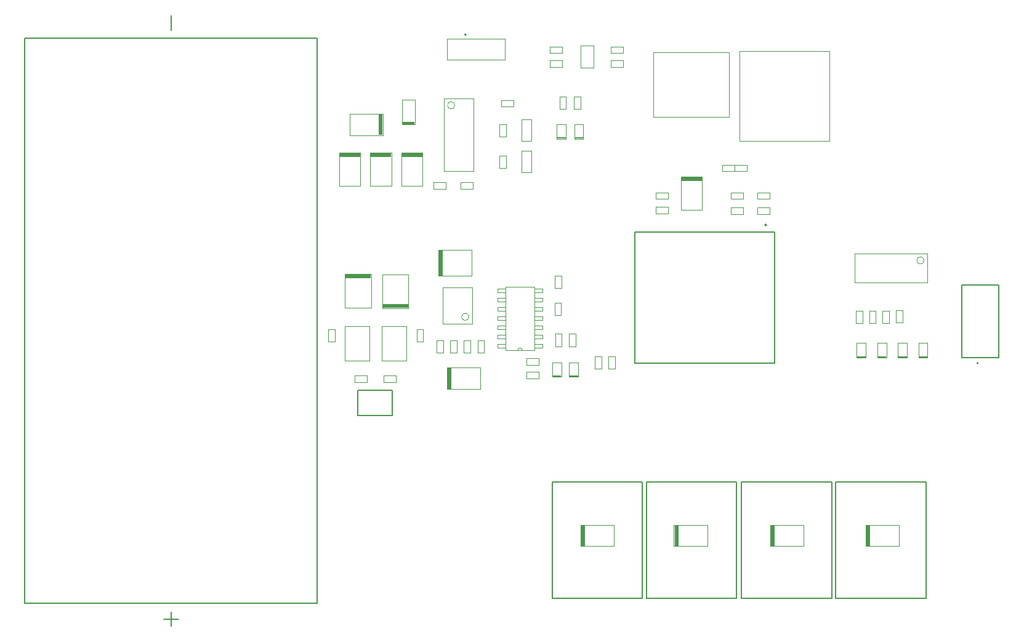
<source format=gbr>
%TF.GenerationSoftware,Altium Limited,Altium Designer,21.3.2 (30)*%
G04 Layer_Color=16711935*
%FSLAX26Y26*%
%MOIN*%
%TF.SameCoordinates,FFAA3912-E1DC-4B59-95C2-56FC1F4E7B50*%
%TF.FilePolarity,Positive*%
%TF.FileFunction,Other,Mechanical_13*%
%TF.Part,Single*%
G01*
G75*
%TA.AperFunction,NonConductor*%
%ADD67C,0.007874*%
%ADD88C,0.005000*%
%ADD105C,0.003937*%
%ADD144C,0.000000*%
%ADD145R,0.070866X0.018004*%
%ADD146R,0.049213X0.010591*%
%ADD147R,0.141734X0.024358*%
%ADD148R,0.024358X0.114173*%
%ADD149R,0.114173X0.024358*%
%ADD150R,0.024358X0.141734*%
D67*
X2767630Y3253740D02*
G03*
X2767630Y3253740I-3937J0D01*
G01*
X4394039Y2223701D02*
G03*
X4394039Y2223701I-3937J0D01*
G01*
X5540937Y1474283D02*
G03*
X5540937Y1474283I-3937J0D01*
G01*
D88*
X1171079Y3278611D02*
Y3357351D01*
Y50265D02*
Y129005D01*
X1131709Y89635D02*
X1210449D01*
X379543Y174280D02*
X1962614D01*
Y3233336D01*
X379543D02*
X1962614D01*
X379543Y174280D02*
Y3233336D01*
X5257095Y202039D02*
Y831961D01*
X4768905D02*
X5257095D01*
X4768905Y202039D02*
Y831961D01*
Y202039D02*
X5257095D01*
X4748095D02*
Y831961D01*
X4259905D02*
X4748095D01*
X4259905Y202039D02*
Y831961D01*
Y202039D02*
X4748095D01*
X4233095D02*
Y831961D01*
X3744905D02*
X4233095D01*
X3744905Y202039D02*
Y831961D01*
Y202039D02*
X4233095D01*
X3722095D02*
Y831961D01*
X3233905D02*
X3722095D01*
X3233905Y202039D02*
Y831961D01*
Y202039D02*
X3722095D01*
X4436953Y1475669D02*
Y2184331D01*
X3681047Y1475669D02*
X4436953D01*
X3681047D02*
Y2184331D01*
X4436953D01*
X2180512Y1191102D02*
X2369488D01*
X2180512Y1328898D02*
X2369488D01*
Y1191102D02*
Y1328898D01*
X2180512Y1191102D02*
Y1328898D01*
X5452354Y1505780D02*
Y1899480D01*
X5653142D01*
Y1505780D02*
Y1899480D01*
X5452354Y1505780D02*
X5653142D01*
D105*
X2707008Y2871449D02*
G03*
X2707008Y2871449I-19685J0D01*
G01*
X2783150Y1726032D02*
G03*
X2783150Y1726032I-19685J0D01*
G01*
X5247443Y2030928D02*
G03*
X5247443Y2030928I-19685J0D01*
G01*
X4249874Y2679874D02*
Y3164126D01*
X4734126Y2679874D02*
Y3164126D01*
X4249874Y2679874D02*
X4734126D01*
X4249874Y3164126D02*
X4734126D01*
X3389732Y3073819D02*
Y3193898D01*
X3458630Y3073819D02*
Y3193898D01*
X3389732D02*
X3458630D01*
X3389732Y3073819D02*
X3458630D01*
X2979047Y3117913D02*
Y3232087D01*
X2666449D02*
X2979047D01*
X2666449Y3117913D02*
Y3232087D01*
Y3117913D02*
X2979047D01*
X2649921Y2515150D02*
X2807402D01*
X2649921Y2908850D02*
X2807402D01*
Y2515150D02*
Y2908850D01*
X2649921Y2515150D02*
Y2908850D01*
X2491433Y2766616D02*
Y2900474D01*
X2420567Y2766616D02*
Y2900474D01*
X2491433D01*
X2420567Y2766616D02*
X2491433D01*
X3283717Y1882071D02*
Y1949000D01*
X3248284Y1882071D02*
Y1949000D01*
X3283717D01*
X3248284Y1882071D02*
X3283717D01*
X3282716Y1734535D02*
Y1801465D01*
X3247284Y1734535D02*
Y1801465D01*
X3282716D01*
X3247284Y1734535D02*
X3282716D01*
X3360843Y1566386D02*
Y1633315D01*
X3325410Y1566386D02*
Y1633315D01*
X3360843D01*
X3325410Y1566386D02*
X3360843D01*
X3250157D02*
X3285590D01*
X3250157Y1633315D02*
X3285590D01*
X3250157Y1566386D02*
Y1633315D01*
X3285590Y1566386D02*
Y1633315D01*
X3161465Y1464827D02*
Y1500260D01*
X3094535Y1464827D02*
Y1500260D01*
Y1464827D02*
X3161465D01*
X3094535Y1500260D02*
X3161465D01*
X3094535Y1392284D02*
Y1427716D01*
X3161465Y1392284D02*
Y1427716D01*
X3094535D02*
X3161465D01*
X3094535Y1392284D02*
X3161465D01*
X3353394Y2688361D02*
X3402606D01*
X3353394Y2767101D02*
X3402606D01*
X3353394Y2688361D02*
Y2767101D01*
X3402606Y2688361D02*
Y2767101D01*
X3259560Y2688361D02*
X3308773D01*
X3259560Y2767101D02*
X3308773D01*
X3259560Y2688361D02*
Y2767101D01*
X3308773Y2688361D02*
Y2767101D01*
X3551535Y3078740D02*
Y3114173D01*
X3618465Y3078740D02*
Y3114173D01*
X3551535D02*
X3618465D01*
X3551535Y3078740D02*
X3618465D01*
X3551535Y3153543D02*
Y3188976D01*
X3618465Y3153543D02*
Y3188976D01*
X3551535D02*
X3618465D01*
X3551535Y3153543D02*
X3618465D01*
X3289465Y3078740D02*
Y3114173D01*
X3222535Y3078740D02*
Y3114173D01*
Y3078740D02*
X3289465D01*
X3222535Y3114173D02*
X3289465D01*
Y3153543D02*
Y3188977D01*
X3222535Y3153543D02*
Y3188977D01*
Y3153543D02*
X3289465D01*
X3222535Y3188977D02*
X3289465D01*
X5095283Y1694535D02*
X5130716D01*
X5095283Y1761465D02*
X5130716D01*
X5095283Y1694535D02*
Y1761465D01*
X5130716Y1694535D02*
Y1761465D01*
X5023109Y1693000D02*
X5058542D01*
X5023109Y1759929D02*
X5058542D01*
X5023109Y1693000D02*
Y1759929D01*
X5058542Y1693000D02*
Y1759929D01*
X4950934Y1690000D02*
X4986367D01*
X4950934Y1756929D02*
X4986367D01*
X4950934Y1690000D02*
Y1756929D01*
X4986367Y1690000D02*
Y1756929D01*
X4878759Y1690903D02*
X4914192D01*
X4878759Y1757833D02*
X4914192D01*
X4878759Y1690903D02*
Y1757833D01*
X4914192Y1690903D02*
Y1757833D01*
X5105536Y1504612D02*
X5154748D01*
X5105536Y1583352D02*
X5154748D01*
X5105536Y1504612D02*
Y1583352D01*
X5154748Y1504612D02*
Y1583352D01*
X5216869Y1504612D02*
X5266082D01*
X5216869Y1583352D02*
X5266082D01*
X5216869Y1504612D02*
Y1583352D01*
X5266082Y1504612D02*
Y1583352D01*
X4994203Y1504612D02*
X5043415D01*
X4994203Y1583352D02*
X5043415D01*
X4994203Y1504612D02*
Y1583352D01*
X5043415Y1504612D02*
Y1583352D01*
X4932082Y1504612D02*
Y1583352D01*
X4882869Y1504612D02*
Y1583352D01*
X4932082D01*
X4882869Y1504612D02*
X4932082D01*
X3375606Y1401016D02*
Y1479756D01*
X3326394Y1401016D02*
Y1479756D01*
X3375606D01*
X3326394Y1401016D02*
X3375606D01*
X3284606D02*
Y1479756D01*
X3235394Y1401016D02*
Y1479756D01*
X3284606D01*
X3235394Y1401016D02*
X3284606D01*
X2165071Y1371284D02*
X2232000D01*
X2165071Y1406716D02*
X2232000D01*
Y1371284D02*
Y1406716D01*
X2165071Y1371284D02*
Y1406716D01*
X2321000Y1371284D02*
Y1406716D01*
X2387929Y1371284D02*
Y1406716D01*
X2321000D02*
X2387929D01*
X2321000Y1371284D02*
X2387929D01*
X2310487Y1673305D02*
X2444739D01*
X2310487Y1487085D02*
X2444739D01*
Y1673305D01*
X2310487Y1487085D02*
Y1673305D01*
X2314131Y1953551D02*
X2455866D01*
X2314131Y1772449D02*
Y1953551D01*
X2455866Y1772449D02*
Y1953551D01*
X2314131Y1772449D02*
X2455866D01*
X2110487Y1487085D02*
Y1673305D01*
X2244739Y1487085D02*
Y1673305D01*
X2110487Y1487085D02*
X2244739D01*
X2110487Y1673305D02*
X2244739D01*
X2664449Y1450087D02*
X2845551D01*
X2664449Y1335913D02*
X2845551D01*
X2664449D02*
Y1450087D01*
X2845551Y1335913D02*
Y1450087D01*
X2830252Y1531591D02*
Y1598520D01*
X2865685Y1531591D02*
Y1598520D01*
X2830252Y1531591D02*
X2865685D01*
X2830252Y1598520D02*
X2865685D01*
X2755252Y1531591D02*
Y1598520D01*
X2790685Y1531591D02*
Y1598520D01*
X2755252Y1531591D02*
X2790685D01*
X2755252Y1598520D02*
X2790685D01*
X2682639D02*
X2718072D01*
X2682639Y1531591D02*
X2718072D01*
Y1598520D01*
X2682639Y1531591D02*
Y1598520D01*
X2609284Y1598520D02*
X2644716D01*
X2609284Y1531591D02*
X2644716D01*
Y1598520D01*
X2609284Y1531591D02*
Y1598520D01*
X2737071Y2418701D02*
X2804000D01*
X2737071Y2454134D02*
X2804000D01*
Y2418701D02*
Y2454134D01*
X2737071Y2418701D02*
Y2454134D01*
X2592071Y2454134D02*
X2659000D01*
X2592071Y2418701D02*
X2659000D01*
X2592071D02*
Y2454134D01*
X2659000Y2418701D02*
Y2454134D01*
X3794535Y2285284D02*
X3861465D01*
X3794535Y2320716D02*
X3861465D01*
Y2285284D02*
Y2320716D01*
X3794535Y2285284D02*
Y2320716D01*
Y2399716D02*
X3861465D01*
X3794535Y2364284D02*
X3861465D01*
X3794535D02*
Y2399716D01*
X3861465Y2364284D02*
Y2399716D01*
X4202740Y2281378D02*
Y2316811D01*
X4269669Y2281378D02*
Y2316811D01*
X4202740D02*
X4269669D01*
X4202740Y2281378D02*
X4269669D01*
X4344276Y2281378D02*
Y2316811D01*
X4411205Y2281378D02*
Y2316811D01*
X4344276D02*
X4411205D01*
X4344276Y2281378D02*
X4411205D01*
X4269669Y2363378D02*
Y2398811D01*
X4202740Y2363378D02*
Y2398811D01*
Y2363378D02*
X4269669D01*
X4202740Y2398811D02*
X4269669D01*
X4344276Y2363378D02*
Y2398811D01*
X4411205Y2363378D02*
Y2398811D01*
X4344276D02*
X4411205D01*
X4344276Y2363378D02*
X4411205D01*
X4223000Y2513284D02*
Y2548716D01*
X4156071Y2513284D02*
Y2548716D01*
Y2513284D02*
X4223000D01*
X4156071Y2548716D02*
X4223000D01*
X4290000Y2513284D02*
Y2548716D01*
X4223071Y2513284D02*
Y2548716D01*
Y2513284D02*
X4290000D01*
X4223071Y2548716D02*
X4290000D01*
X4190724Y2807795D02*
Y3157795D01*
X3781276Y2807795D02*
Y3157795D01*
X4190724D01*
X3781276Y2807795D02*
X4190724D01*
X2948284Y2702535D02*
Y2769465D01*
X2983716Y2702535D02*
Y2769465D01*
X2948284Y2702535D02*
X2983716D01*
X2948284Y2769465D02*
X2983716D01*
Y2532535D02*
Y2599465D01*
X2948284Y2532535D02*
Y2599465D01*
X2983716D01*
X2948284Y2532535D02*
X2983716D01*
X3123283Y2507476D02*
Y2625587D01*
X3068165D02*
X3123283D01*
X3068165Y2507476D02*
X3123283D01*
X3068165D02*
Y2625587D01*
X3123283Y2677477D02*
Y2795587D01*
X3068165D02*
X3123283D01*
X3068165Y2677477D02*
X3123283D01*
X3068165D02*
Y2795587D01*
X2081913Y2434449D02*
X2196087D01*
X2081913Y2615551D02*
X2196087D01*
X2081913Y2434449D02*
Y2615551D01*
X2196087Y2434449D02*
Y2615551D01*
X2249413Y2434449D02*
X2363587D01*
X2249413Y2615551D02*
X2363587D01*
X2249413Y2434449D02*
Y2615551D01*
X2363587Y2434449D02*
Y2615551D01*
X2416913Y2434449D02*
X2531087D01*
X2416913Y2615551D02*
X2531087D01*
X2416913Y2434449D02*
Y2615551D01*
X2531087Y2434449D02*
Y2615551D01*
X2112134Y1957551D02*
X2253869D01*
X2112134Y1776449D02*
Y1957551D01*
X2253869Y1776449D02*
Y1957551D01*
X2112134Y1776449D02*
X2253869D01*
X3387843Y2850000D02*
Y2916929D01*
X3352410Y2850000D02*
Y2916929D01*
X3387843D01*
X3352410Y2850000D02*
X3387843D01*
X3568551Y483913D02*
Y598087D01*
X3387449Y483913D02*
Y598087D01*
X3568551D01*
X3387449Y483913D02*
X3568551D01*
X5112551D02*
Y598087D01*
X4931449Y483913D02*
Y598087D01*
X5112551D01*
X4931449Y483913D02*
X5112551D01*
X4594551D02*
Y598087D01*
X4413449Y483913D02*
Y598087D01*
X4594551D01*
X4413449Y483913D02*
X4594551D01*
X4074218D02*
Y598087D01*
X3893115Y483913D02*
Y598087D01*
X4074218D01*
X3893115Y483913D02*
X4074218D01*
X3930913Y2305449D02*
X4045087D01*
X3930913Y2486551D02*
X4045087D01*
X3930913Y2305449D02*
Y2486551D01*
X4045087Y2305449D02*
Y2486551D01*
X3466283Y1444535D02*
Y1511465D01*
X3501716Y1444535D02*
Y1511465D01*
X3466283Y1444535D02*
X3501716D01*
X3466283Y1511465D02*
X3501716D01*
X3574716Y1444535D02*
Y1511465D01*
X3539284Y1444535D02*
Y1511465D01*
X3574716D01*
X3539284Y1444535D02*
X3574716D01*
X2500284Y1592006D02*
X2535716D01*
X2500284Y1658935D02*
X2535716D01*
X2500284Y1592006D02*
Y1658935D01*
X2535716Y1592006D02*
Y1658935D01*
X2137032Y2709913D02*
X2318134D01*
X2137032Y2824087D02*
X2318134D01*
Y2709913D02*
Y2824087D01*
X2137032Y2709913D02*
Y2824087D01*
X3025465Y2863284D02*
Y2898717D01*
X2958535Y2863284D02*
Y2898717D01*
Y2863284D02*
X3025465D01*
X2958535Y2898717D02*
X3025465D01*
X3309757Y2850000D02*
Y2916929D01*
X3274324Y2850000D02*
Y2916929D01*
X3309757D01*
X3274324Y2850000D02*
X3309757D01*
X2800866Y1688630D02*
Y1885480D01*
X2643386Y1688630D02*
Y1885480D01*
Y1688630D02*
X2800866D01*
X2643386Y1885480D02*
X2800866D01*
X2023284Y1592006D02*
Y1658935D01*
X2058716Y1592006D02*
Y1658935D01*
X2023284Y1592006D02*
X2058716D01*
X2023284Y1658935D02*
X2058716D01*
X2799551Y1948134D02*
Y2089869D01*
X2618449D02*
X2799551D01*
X2618449Y1948134D02*
X2799551D01*
X2618449D02*
Y2089869D01*
X4871459Y2068330D02*
X5265159D01*
X4871459Y1910849D02*
X5265159D01*
Y2068330D01*
X4871459Y1910849D02*
Y2068330D01*
D144*
X3071968Y1545055D02*
G03*
X3047968Y1545055I-12000J0D01*
G01*
X3138968D02*
Y1889055D01*
X3071968Y1545055D02*
X3138968D01*
X3047968D02*
X3071968D01*
X2980968D02*
X3047968D01*
X2980968D02*
Y1889055D01*
X3138968D01*
X2937968Y1557055D02*
X2980968D01*
X2937968D02*
Y1577055D01*
X2980968D01*
Y1557055D02*
Y1577055D01*
X2937968Y1607055D02*
X2980968D01*
X2937968D02*
Y1627055D01*
X2980968D01*
Y1607055D02*
Y1627055D01*
X2937968Y1657055D02*
X2980968D01*
X2937968D02*
Y1677055D01*
X2980968D01*
Y1657055D02*
Y1677055D01*
X2937968Y1707055D02*
X2980968D01*
X2937968D02*
Y1727055D01*
X2980968D01*
Y1707055D02*
Y1727055D01*
X2937968Y1757055D02*
X2980968D01*
X2937968D02*
Y1777055D01*
X2980968D01*
Y1757055D02*
Y1777055D01*
X2937968Y1807055D02*
X2980968D01*
X2937968D02*
Y1827055D01*
X2980968D01*
Y1807055D02*
Y1827055D01*
X2937968Y1857055D02*
X2980968D01*
X2937968D02*
Y1877055D01*
X2980968D01*
Y1857055D02*
Y1877055D01*
X3138968D02*
X3181968D01*
Y1857055D02*
Y1877055D01*
X3138968Y1857055D02*
X3181968D01*
X3138968D02*
Y1877055D01*
Y1827055D02*
X3181968D01*
Y1807055D02*
Y1827055D01*
X3138968Y1807055D02*
X3181968D01*
X3138968D02*
Y1827055D01*
Y1777055D02*
X3181968D01*
Y1757055D02*
Y1777055D01*
X3138968Y1757055D02*
X3181968D01*
X3138968D02*
Y1777055D01*
Y1727055D02*
X3181968D01*
Y1707055D02*
Y1727055D01*
X3138968Y1707055D02*
X3181968D01*
X3138968D02*
Y1727055D01*
Y1677055D02*
X3181968D01*
Y1657055D02*
Y1677055D01*
X3138968Y1657055D02*
X3181968D01*
X3138968D02*
Y1677055D01*
Y1627055D02*
X3181968D01*
Y1607055D02*
Y1627055D01*
X3138968Y1607055D02*
X3181968D01*
X3138968D02*
Y1627055D01*
Y1577055D02*
X3181968D01*
Y1557055D02*
Y1577055D01*
X3138968Y1557055D02*
X3181968D01*
X3138968D02*
Y1577055D01*
D145*
X2456000Y2775618D02*
D03*
D146*
X3378000Y2693657D02*
D03*
X3284166Y2693657D02*
D03*
X5130142Y1509907D02*
D03*
X5241475Y1509908D02*
D03*
X5018809D02*
D03*
X4907475Y1509907D02*
D03*
X3351000Y1406311D02*
D03*
X3260000D02*
D03*
D147*
X2384998Y1786379D02*
D03*
X2183002Y1943621D02*
D03*
D148*
X2678372Y1393000D02*
D03*
X3401372Y541000D02*
D03*
X4945372D02*
D03*
X4427372D02*
D03*
X3907039D02*
D03*
X2304211Y2767000D02*
D03*
D149*
X2139000Y2601628D02*
D03*
X2306500Y2601628D02*
D03*
X2474000D02*
D03*
X3988001Y2472628D02*
D03*
D150*
X2632380Y2019001D02*
D03*
%TF.MD5,59948b2bc8905425d3eefa0ef6b7807b*%
M02*

</source>
